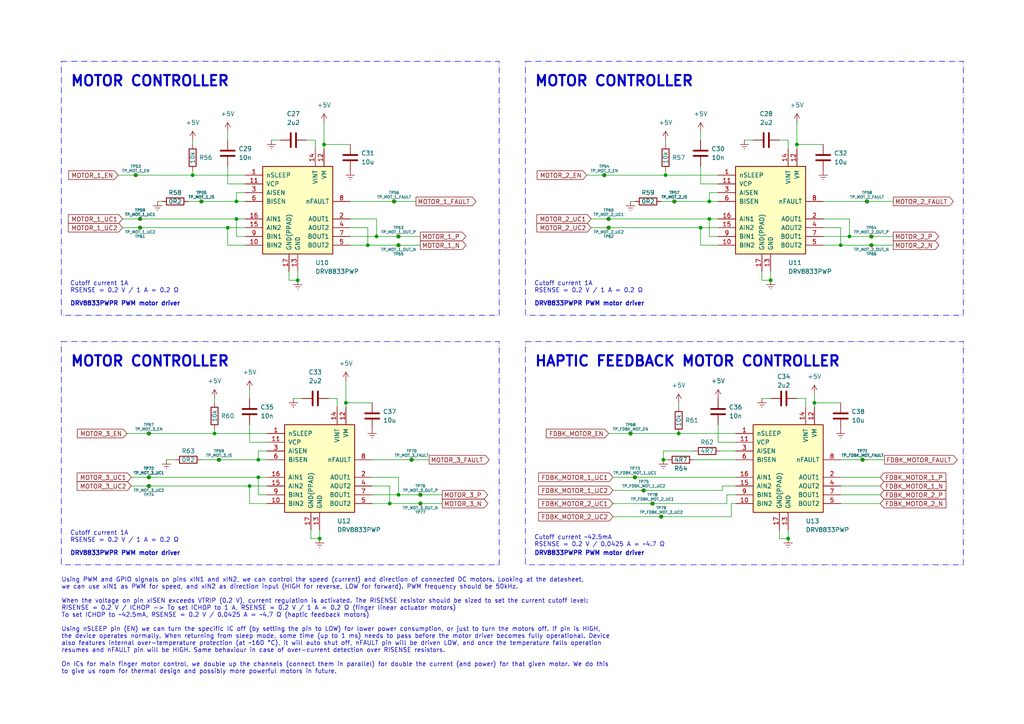
<source format=kicad_sch>
(kicad_sch (version 20230121) (generator eeschema)
  (paper "A4")
  (title_block (title "OpenHand prosthetic hand controller project") (date "2024-01-31") (rev "v1.0") (comment 1 "Aleksa Heler"))
  (lib_symbols
    (symbol "Connector:TestPoint_Small" (pin_numbers hide) (pin_names (offset 0.762) hide)
      (property "Reference" "TP" (at 0 3.81 0))
      (property "Value" "TestPoint_Small" (at 0 2.032 0))
      (symbol "TestPoint_Small_0_1"
        (circle (center 0 0) (radius 0.508))
      )
      (symbol "TestPoint_Small_1_1"
        (pin passive line (at 0 0 90) (length 0) (name "1") (number "1"))
      )
    )
    (symbol "Device:C" (pin_numbers hide) (pin_names (offset 0.254))
      (property "Reference" "C" (at 0.635 2.54 0))
      (property "Value" "C" (at 0.635 -2.54 0))
      (symbol "C_0_1"
        (polyline (pts (xy -2.032 -0.762) (xy 2.032 -0.762)) (stroke (width 0.508)))
        (polyline (pts (xy -2.032 0.762) (xy 2.032 0.762)) (stroke (width 0.508)))
      )
      (symbol "C_1_1"
        (pin passive line (at 0 3.81 270) (length 2.794) (name "~") (number "1"))
        (pin passive line (at 0 -3.81 90) (length 2.794) (name "~") (number "2"))
      )
    )
    (symbol "Device:R" (pin_numbers hide) (pin_names (offset 0))
      (property "Reference" "R" (at 2.032 0 90))
      (property "Value" "R" (at 0 0 90))
      (symbol "R_0_1"
        (rectangle (start -1.016 -2.54) (end 1.016 2.54) (stroke (width 0.254)))
      )
      (symbol "R_1_1"
        (pin passive line (at 0 3.81 270) (length 1.27) (name "~") (number "1"))
        (pin passive line (at 0 -3.81 90) (length 1.27) (name "~") (number "2"))
      )
    )
    (symbol "Driver_Motor:DRV8833PWP" (pin_names (offset 1.016))
      (property "Reference" "U" (at -3.81 16.51 0))
      (property "Value" "DRV8833PWP" (at -3.81 13.97 0))
      (symbol "DRV8833PWP_0_1"
        (rectangle (start -10.16 12.7) (end 10.16 -12.7) (stroke (width 0.254)) (fill (type background)))
      )
      (symbol "DRV8833PWP_1_1"
        (pin input line (at -15.24 10.16 0) (length 5.08) (name "nSLEEP") (number "1"))
        (pin input line (at -15.24 -10.16 0) (length 5.08) (name "BIN2") (number "10"))
        (pin bidirectional line (at -15.24 7.62 0) (length 5.08) (name "VCP") (number "11"))
        (pin power_in line (at 7.62 17.78 270) (length 5.08) (name "VM") (number "12"))
        (pin power_in line (at 0 -17.78 90) (length 5.08) (name "GND") (number "13"))
        (pin power_in line (at 5.08 17.78 270) (length 5.08) (name "VINT") (number "14"))
        (pin input line (at -15.24 -5.08 0) (length 5.08) (name "AIN2") (number "15"))
        (pin input line (at -15.24 -2.54 0) (length 5.08) (name "AIN1") (number "16"))
        (pin power_in line (at -2.54 -17.78 90) (length 5.08) (name "GND(PPAD)") (number "17"))
        (pin power_out line (at 15.24 -2.54 180) (length 5.08) (name "AOUT1") (number "2"))
        (pin bidirectional line (at -15.24 5.08 0) (length 5.08) (name "AISEN") (number "3"))
        (pin power_out line (at 15.24 -5.08 180) (length 5.08) (name "AOUT2") (number "4"))
        (pin power_out line (at 15.24 -10.16 180) (length 5.08) (name "BOUT2") (number "5"))
        (pin bidirectional line (at -15.24 2.54 0) (length 5.08) (name "BISEN") (number "6"))
        (pin power_out line (at 15.24 -7.62 180) (length 5.08) (name "BOUT1") (number "7"))
        (pin open_collector line (at 15.24 2.54 180) (length 5.08) (name "nFAULT") (number "8"))
        (pin input line (at -15.24 -7.62 0) (length 5.08) (name "BIN1") (number "9"))
      )
    )
    (symbol "power:+5V" (power) (pin_names (offset 0))
      (property "Value" "+5V" (at 0 3.556 0))
      (symbol "+5V_0_1"
        (polyline (pts (xy -0.762 1.27) (xy 0 2.54)))
        (polyline (pts (xy 0 0) (xy 0 2.54)))
        (polyline (pts (xy 0 2.54) (xy 0.762 1.27)))
      )
      (symbol "+5V_1_1"
        (pin power_in line (at 0 0 90) (length 0) hide (name "+5V") (number "1"))
      )
    )
    (symbol "power:Earth" (power) (pin_names (offset 0))
      (symbol "Earth_0_1"
        (polyline (pts (xy -0.635 -1.905) (xy 0.635 -1.905)))
        (polyline (pts (xy -0.127 -2.54) (xy 0.127 -2.54)))
        (polyline (pts (xy 0 -1.27) (xy 0 0)))
        (polyline (pts (xy 1.27 -1.27) (xy -1.27 -1.27)))
      )
      (symbol "Earth_1_1"
        (pin power_in line (at 0 0 270) (length 0) hide (name "Earth") (number "1"))
      )
    )
  )
  (junction (at 74.93 138.43))
  (junction (at 193.04 50.8))
  (junction (at 115.57 68.58))
  (junction (at 115.57 71.12))
  (junction (at 205.74 63.5))
  (junction (at 251.46 58.42))
  (junction (at 93.98 41.91))
  (junction (at 191.77 149.86))
  (junction (at 175.26 50.8))
  (junction (at 176.53 66.04))
  (junction (at 68.58 58.42))
  (junction (at 62.23 125.73))
  (junction (at 40.64 66.04))
  (junction (at 192.405 133.35))
  (junction (at 252.73 71.12))
  (junction (at 74.93 133.35))
  (junction (at 55.88 50.8))
  (junction (at 114.3 58.42))
  (junction (at 121.92 143.51))
  (junction (at 205.74 58.42))
  (junction (at 121.92 146.05))
  (junction (at 184.15 138.43))
  (junction (at 250.19 133.35))
  (junction (at 63.5 133.35))
  (junction (at 196.85 125.73))
  (junction (at 243.84 71.12))
  (junction (at 246.38 68.58))
  (junction (at 72.39 140.97))
  (junction (at 113.03 146.05))
  (junction (at 58.42 58.42))
  (junction (at 86.36 81.28))
  (junction (at 195.58 58.42))
  (junction (at 189.23 146.05))
  (junction (at 109.22 68.58))
  (junction (at 40.64 63.5))
  (junction (at 231.14 41.91))
  (junction (at 186.69 142.24))
  (junction (at 252.73 68.58))
  (junction (at 43.18 140.97))
  (junction (at 43.18 138.43))
  (junction (at 43.18 125.73))
  (junction (at 182.88 125.73))
  (junction (at 39.37 50.8))
  (junction (at 119.38 133.35))
  (junction (at 68.58 63.5))
  (junction (at 115.57 143.51))
  (junction (at 223.52 81.28))
  (junction (at 100.33 116.84))
  (junction (at 203.2 66.04))
  (junction (at 92.71 156.21))
  (junction (at 66.04 66.04))
  (junction (at 176.53 63.5))
  (junction (at 236.22 116.84))
  (junction (at 106.68 71.12))
  (junction (at 228.6 156.21))
  (wire (pts (xy 203.2 66.04) (xy 203.2 71.12)))
  (wire (pts (xy 106.68 71.12) (xy 115.57 71.12)))
  (wire (pts (xy 63.5 133.35) (xy 74.93 133.35)))
  (wire (pts (xy 106.68 71.12) (xy 101.6 71.12)))
  (wire (pts (xy 66.04 53.34) (xy 71.12 53.34)))
  (wire (pts (xy 68.58 68.58) (xy 71.12 68.58)))
  (wire (pts (xy 209.55 142.24) (xy 209.55 140.97)))
  (wire (pts (xy 66.04 38.1) (xy 66.04 40.64)))
  (wire (pts (xy 71.12 66.04) (xy 66.04 66.04)))
  (wire (pts (xy 86.36 78.74) (xy 86.36 81.28)))
  (wire (pts (xy 106.68 66.04) (xy 106.68 71.12)))
  (wire (pts (xy 201.295 133.35) (xy 213.36 133.35)))
  (wire (pts (xy 107.95 143.51) (xy 115.57 143.51)))
  (wire (pts (xy 175.26 50.8) (xy 193.04 50.8)))
  (wire (pts (xy 191.77 149.86) (xy 212.09 149.86)))
  (wire (pts (xy 205.74 55.88) (xy 205.74 58.42)))
  (wire (pts (xy 233.68 115.57) (xy 233.68 118.11)))
  (wire (pts (xy 205.74 58.42) (xy 208.28 58.42)))
  (wire (pts (xy 113.03 140.97) (xy 113.03 146.05)))
  (wire (pts (xy 35.56 63.5) (xy 40.64 63.5)))
  (wire (pts (xy 177.8 146.05) (xy 189.23 146.05)))
  (wire (pts (xy 107.95 133.35) (xy 119.38 133.35)))
  (wire (pts (xy 85.09 115.57) (xy 87.63 115.57)))
  (wire (pts (xy 40.64 63.5) (xy 68.58 63.5)))
  (wire (pts (xy 238.76 66.04) (xy 243.84 66.04)))
  (wire (pts (xy 210.82 143.51) (xy 210.82 146.05)))
  (wire (pts (xy 115.57 71.12) (xy 121.92 71.12)))
  (wire (pts (xy 170.18 50.8) (xy 175.26 50.8)))
  (wire (pts (xy 114.3 58.42) (xy 120.65 58.42)))
  (wire (pts (xy 115.57 68.58) (xy 121.92 68.58)))
  (wire (pts (xy 83.82 81.28) (xy 86.36 81.28)))
  (wire (pts (xy 193.04 40.64) (xy 193.04 41.91)))
  (wire (pts (xy 54.61 58.42) (xy 58.42 58.42)))
  (wire (pts (xy 93.98 41.91) (xy 93.98 43.18)))
  (wire (pts (xy 38.1 140.97) (xy 43.18 140.97)))
  (wire (pts (xy 203.2 53.34) (xy 208.28 53.34)))
  (wire (pts (xy 66.04 48.26) (xy 66.04 53.34)))
  (wire (pts (xy 215.9 40.64) (xy 218.44 40.64)))
  (wire (pts (xy 68.58 63.5) (xy 68.58 68.58)))
  (wire (pts (xy 93.98 35.56) (xy 93.98 41.91)))
  (wire (pts (xy 101.6 66.04) (xy 106.68 66.04)))
  (wire (pts (xy 220.98 78.74) (xy 220.98 81.28)))
  (wire (pts (xy 209.55 140.97) (xy 213.36 140.97)))
  (wire (pts (xy 208.28 123.19) (xy 208.28 128.27)))
  (wire (pts (xy 107.95 140.97) (xy 113.03 140.97)))
  (wire (pts (xy 101.6 68.58) (xy 109.22 68.58)))
  (wire (pts (xy 182.88 58.42) (xy 184.15 58.42)))
  (wire (pts (xy 208.915 130.81) (xy 213.36 130.81)))
  (wire (pts (xy 186.69 142.24) (xy 209.55 142.24)))
  (wire (pts (xy 109.22 68.58) (xy 115.57 68.58)))
  (wire (pts (xy 192.405 133.35) (xy 193.675 133.35)))
  (wire (pts (xy 251.46 58.42) (xy 259.08 58.42)))
  (wire (pts (xy 176.53 125.73) (xy 182.88 125.73)))
  (wire (pts (xy 72.39 113.03) (xy 72.39 115.57)))
  (wire (pts (xy 220.98 115.57) (xy 223.52 115.57)))
  (wire (pts (xy 74.93 133.35) (xy 77.47 133.35)))
  (wire (pts (xy 176.53 63.5) (xy 205.74 63.5)))
  (wire (pts (xy 236.22 116.84) (xy 243.84 116.84)))
  (wire (pts (xy 226.06 153.67) (xy 226.06 156.21)))
  (wire (pts (xy 246.38 68.58) (xy 252.73 68.58)))
  (wire (pts (xy 231.14 41.91) (xy 231.14 43.18)))
  (wire (pts (xy 71.12 63.5) (xy 68.58 63.5)))
  (wire (pts (xy 228.6 153.67) (xy 228.6 156.21)))
  (wire (pts (xy 226.06 156.21) (xy 228.6 156.21)))
  (wire (pts (xy 74.93 138.43) (xy 74.93 143.51)))
  (wire (pts (xy 55.88 40.64) (xy 55.88 41.91)))
  (wire (pts (xy 246.38 63.5) (xy 246.38 68.58)))
  (wire (pts (xy 184.15 138.43) (xy 213.36 138.43)))
  (wire (pts (xy 62.23 125.73) (xy 77.47 125.73)))
  (wire (pts (xy 113.03 146.05) (xy 121.92 146.05)))
  (wire (pts (xy 203.2 48.26) (xy 203.2 53.34)))
  (wire (pts (xy 203.2 38.1) (xy 203.2 40.64)))
  (wire (pts (xy 171.45 63.5) (xy 176.53 63.5)))
  (wire (pts (xy 223.52 78.74) (xy 223.52 81.28)))
  (wire (pts (xy 77.47 130.81) (xy 74.93 130.81)))
  (wire (pts (xy 58.42 58.42) (xy 68.58 58.42)))
  (wire (pts (xy 192.405 130.81) (xy 192.405 133.35)))
  (wire (pts (xy 177.8 142.24) (xy 186.69 142.24)))
  (wire (pts (xy 43.18 125.73) (xy 62.23 125.73)))
  (wire (pts (xy 238.76 63.5) (xy 246.38 63.5)))
  (wire (pts (xy 220.98 81.28) (xy 223.52 81.28)))
  (wire (pts (xy 176.53 66.04) (xy 203.2 66.04)))
  (wire (pts (xy 231.14 41.91) (xy 238.76 41.91)))
  (wire (pts (xy 43.18 140.97) (xy 72.39 140.97)))
  (wire (pts (xy 193.04 49.53) (xy 193.04 50.8)))
  (wire (pts (xy 101.6 58.42) (xy 114.3 58.42)))
  (wire (pts (xy 243.84 66.04) (xy 243.84 71.12)))
  (wire (pts (xy 243.84 71.12) (xy 238.76 71.12)))
  (wire (pts (xy 43.18 138.43) (xy 74.93 138.43)))
  (wire (pts (xy 48.26 133.35) (xy 50.8 133.35)))
  (wire (pts (xy 40.64 66.04) (xy 66.04 66.04)))
  (wire (pts (xy 100.33 110.49) (xy 100.33 116.84)))
  (wire (pts (xy 231.14 35.56) (xy 231.14 41.91)))
  (wire (pts (xy 71.12 55.88) (xy 68.58 55.88)))
  (wire (pts (xy 250.19 133.35) (xy 256.54 133.35)))
  (wire (pts (xy 252.73 68.58) (xy 259.08 68.58)))
  (wire (pts (xy 236.22 116.84) (xy 236.22 118.11)))
  (wire (pts (xy 121.92 146.05) (xy 128.27 146.05)))
  (wire (pts (xy 55.88 49.53) (xy 55.88 50.8)))
  (wire (pts (xy 62.23 124.46) (xy 62.23 125.73)))
  (wire (pts (xy 58.42 133.35) (xy 63.5 133.35)))
  (wire (pts (xy 208.28 63.5) (xy 205.74 63.5)))
  (wire (pts (xy 39.37 50.8) (xy 55.88 50.8)))
  (wire (pts (xy 208.28 66.04) (xy 203.2 66.04)))
  (wire (pts (xy 74.93 130.81) (xy 74.93 133.35)))
  (wire (pts (xy 38.1 138.43) (xy 43.18 138.43)))
  (wire (pts (xy 83.82 78.74) (xy 83.82 81.28)))
  (wire (pts (xy 100.33 116.84) (xy 107.95 116.84)))
  (wire (pts (xy 97.79 115.57) (xy 97.79 118.11)))
  (wire (pts (xy 100.33 116.84) (xy 100.33 118.11)))
  (wire (pts (xy 236.22 114.3) (xy 236.22 116.84)))
  (wire (pts (xy 92.71 153.67) (xy 92.71 156.21)))
  (wire (pts (xy 252.73 71.12) (xy 259.08 71.12)))
  (wire (pts (xy 78.74 40.64) (xy 81.28 40.64)))
  (wire (pts (xy 107.95 138.43) (xy 115.57 138.43)))
  (wire (pts (xy 177.8 138.43) (xy 184.15 138.43)))
  (wire (pts (xy 243.84 140.97) (xy 255.27 140.97)))
  (wire (pts (xy 93.98 41.91) (xy 101.6 41.91)))
  (wire (pts (xy 72.39 123.19) (xy 72.39 128.27)))
  (wire (pts (xy 243.84 146.05) (xy 255.27 146.05)))
  (wire (pts (xy 193.04 50.8) (xy 208.28 50.8)))
  (wire (pts (xy 72.39 128.27) (xy 77.47 128.27)))
  (wire (pts (xy 121.92 143.51) (xy 128.27 143.51)))
  (wire (pts (xy 55.88 50.8) (xy 71.12 50.8)))
  (wire (pts (xy 231.14 115.57) (xy 233.68 115.57)))
  (wire (pts (xy 77.47 138.43) (xy 74.93 138.43)))
  (wire (pts (xy 205.74 63.5) (xy 205.74 68.58)))
  (wire (pts (xy 189.23 146.05) (xy 210.82 146.05)))
  (wire (pts (xy 36.83 125.73) (xy 43.18 125.73)))
  (wire (pts (xy 243.84 133.35) (xy 250.19 133.35)))
  (wire (pts (xy 182.88 125.73) (xy 196.85 125.73)))
  (wire (pts (xy 66.04 66.04) (xy 66.04 71.12)))
  (wire (pts (xy 201.295 130.81) (xy 192.405 130.81)))
  (wire (pts (xy 177.8 149.86) (xy 191.77 149.86)))
  (wire (pts (xy 243.84 138.43) (xy 255.27 138.43)))
  (wire (pts (xy 90.17 156.21) (xy 92.71 156.21)))
  (wire (pts (xy 45.72 58.42) (xy 46.99 58.42)))
  (wire (pts (xy 243.84 71.12) (xy 252.73 71.12)))
  (wire (pts (xy 119.38 133.35) (xy 124.46 133.35)))
  (wire (pts (xy 203.2 71.12) (xy 208.28 71.12)))
  (wire (pts (xy 115.57 138.43) (xy 115.57 143.51)))
  (wire (pts (xy 195.58 58.42) (xy 205.74 58.42)))
  (wire (pts (xy 72.39 146.05) (xy 77.47 146.05)))
  (wire (pts (xy 77.47 140.97) (xy 72.39 140.97)))
  (wire (pts (xy 238.76 68.58) (xy 246.38 68.58)))
  (wire (pts (xy 208.28 55.88) (xy 205.74 55.88)))
  (wire (pts (xy 196.85 116.84) (xy 196.85 118.11)))
  (wire (pts (xy 243.84 143.51) (xy 255.27 143.51)))
  (wire (pts (xy 74.93 143.51) (xy 77.47 143.51)))
  (wire (pts (xy 191.77 58.42) (xy 195.58 58.42)))
  (wire (pts (xy 62.23 115.57) (xy 62.23 116.84)))
  (wire (pts (xy 101.6 63.5) (xy 109.22 63.5)))
  (wire (pts (xy 109.22 68.58) (xy 109.22 63.5)))
  (wire (pts (xy 34.29 50.8) (xy 39.37 50.8)))
  (wire (pts (xy 91.44 40.64) (xy 91.44 43.18)))
  (wire (pts (xy 212.09 146.05) (xy 213.36 146.05)))
  (wire (pts (xy 35.56 66.04) (xy 40.64 66.04)))
  (wire (pts (xy 68.58 58.42) (xy 71.12 58.42)))
  (wire (pts (xy 115.57 143.51) (xy 121.92 143.51)))
  (wire (pts (xy 205.74 68.58) (xy 208.28 68.58)))
  (wire (pts (xy 90.17 153.67) (xy 90.17 156.21)))
  (wire (pts (xy 213.36 143.51) (xy 210.82 143.51)))
  (wire (pts (xy 212.09 146.05) (xy 212.09 149.86)))
  (wire (pts (xy 238.76 58.42) (xy 251.46 58.42)))
  (wire (pts (xy 95.25 115.57) (xy 97.79 115.57)))
  (wire (pts (xy 66.04 71.12) (xy 71.12 71.12)))
  (wire (pts (xy 72.39 140.97) (xy 72.39 146.05)))
  (wire (pts (xy 113.03 146.05) (xy 107.95 146.05)))
  (wire (pts (xy 88.9 40.64) (xy 91.44 40.64)))
  (wire (pts (xy 171.45 66.04) (xy 176.53 66.04)))
  (wire (pts (xy 68.58 55.88) (xy 68.58 58.42)))
  (wire (pts (xy 196.85 125.73) (xy 213.36 125.73)))
  (wire (pts (xy 208.28 128.27) (xy 213.36 128.27)))
  (wire (pts (xy 228.6 40.64) (xy 228.6 43.18)))
  (wire (pts (xy 226.06 40.64) (xy 228.6 40.64)))
  (rectangle (start 17.78 99.06) (end 144.78 163.83) (stroke (width 0) (type dash_dot)))
  (rectangle (start 17.78 17.78) (end 144.78 91.44) (stroke (width 0) (type dash_dot)))
  (rectangle (start 152.4 99.06) (end 279.4 163.83) (stroke (width 0) (type dash_dot)))
  (rectangle (start 152.4 17.78) (end 279.4 91.44) (stroke (width 0) (type dash_dot)))
  (text "Cutoff current 1A\nRSENSE = 0.2 V / 1 A = 0.2 Ω" (at 154.94 85.09 0) (effects (font (size 1.27 1.27)) (justify left bottom)))
  (text "MOTOR CONTROLLER" (at 20.32 25.4 0) (effects (font (size 3 3) (thickness 0.6) bold) (justify left bottom)))
  (text "DRV8833PWPR PWM motor driver" (at 154.94 161.29 0) (effects (font (size 1.27 1.27) (thickness 0.254) bold) (justify left bottom)))
  (text "DRV8833PWPR PWM motor driver" (at 20.32 161.29 0) (effects (font (size 1.27 1.27) (thickness 0.254) bold) (justify left bottom)))
  (text "HAPTIC FEEDBACK MOTOR CONTROLLER" (at 154.94 106.68 0) (effects (font (size 3 3) (thickness 0.6) bold) (justify left bottom)))
  (text "Using PWM and GPIO signals on pins xIN1 and xIN2, we can control the speed (current) and direction of connected DC motors. Looking at the datasheet, \nwe can use xIN1 as PWM for speed, and xIN2 as direction input (HIGH for reverse, LOW for forward). PWM frequency should be 50kHz.\n\nWhen the voltage on pin xISEN exceeds VTRIP (0.2 V), current regulation is activated. The RISENSE resistor should be sized to set the current cutoff level:\nRISENSE = 0.2 V / ICHOP -> To set ICHOP to 1 A, RSENSE = 0.2 V / 1 A = 0.2 Ω (finger linear actuator motors)\nTo set ICHOP to ~42.5mA, RSENSE = 0.2 V / 0.0425 A = ~4.7 Ω (haptic feedback motors)\n\nUsing nSLEEP pin (EN) we can turn the specific IC off (by setting the pin to LOW) for lower power consumption, or just to turn the motors off. If pin is HIGH, \nthe device operates normally. When returning from sleep mode, some time (up to 1 ms) needs to pass before the motor driver becomes fully operational. Device \nalso features internal over-temperature protection (at ~160 °C), it will auto shut off, nFAULT pin will be driven LOW, and once the temperature falls operation \nresumes and nFAULT pin will be HIGH. Same behaviour in case of over-current detection over RISENSE resistors.\n\nOn ICs for main finger motor control, we double up the channels (connect them in parallel) for double the current (and power) for that given motor. We do this \nto give us room for thermal design and possibly more powerful motors in future." (at 17.78 195.58 0) (effects (font (size 1.27 1.27)) (justify left bottom)))
  (text "MOTOR CONTROLLER" (at 20.32 106.68 0) (effects (font (size 3 3) (thickness 0.6) bold) (justify left bottom)))
  (text "MOTOR CONTROLLER" (at 154.94 25.4 0) (effects (font (size 3 3) (thickness 0.6) bold) (justify left bottom)))
  (text "DRV8833PWPR PWM motor driver" (at 20.32 88.9 0) (effects (font (size 1.27 1.27) (thickness 0.254) bold) (justify left bottom)))
  (text "Cutoff current 1A\nRSENSE = 0.2 V / 1 A = 0.2 Ω" (at 20.32 85.09 0) (effects (font (size 1.27 1.27)) (justify left bottom)))
  (text "Cutoff current ~42.5mA\nRSENSE = 0.2 V / 0.0425 A = ~4.7 Ω" (at 154.94 158.75 0) (effects (font (size 1.27 1.27)) (justify left bottom)))
  (text "DRV8833PWPR PWM motor driver" (at 154.94 88.9 0) (effects (font (size 1.27 1.27) (thickness 0.254) bold) (justify left bottom)))
  (text "Cutoff current 1A\nRSENSE = 0.2 V / 1 A = 0.2 Ω" (at 20.32 157.48 0) (effects (font (size 1.27 1.27)) (justify left bottom)))
  (global_label "MOTOR_1_UC1" (shape input) (at 35.56 63.5 180) (property "Intersheetrefs" "${INTERSHEET_REFS}" (effects hide)))
  (global_label "MOTOR_1_EN" (shape input) (at 34.29 50.8 180) (property "Intersheetrefs" "${INTERSHEET_REFS}" (effects hide)))
  (global_label "MOTOR_3_N" (shape output) (at 128.27 146.05 0) (property "Intersheetrefs" "${INTERSHEET_REFS}" (effects hide)))
  (global_label "MOTOR_2_N" (shape output) (at 259.08 71.12 0) (property "Intersheetrefs" "${INTERSHEET_REFS}" (effects hide)))
  (global_label "MOTOR_2_EN" (shape input) (at 170.18 50.8 180) (property "Intersheetrefs" "${INTERSHEET_REFS}" (effects hide)))
  (global_label "FDBK_MOTOR_2_P" (shape input) (at 255.27 143.51 0) (property "Intersheetrefs" "${INTERSHEET_REFS}" (effects hide)))
  (global_label "FDBK_MOTOR_1_UC1" (shape input) (at 177.8 138.43 180) (property "Intersheetrefs" "${INTERSHEET_REFS}" (effects hide)))
  (global_label "MOTOR_2_FAULT" (shape output) (at 259.08 58.42 0) (property "Intersheetrefs" "${INTERSHEET_REFS}" (effects hide)))
  (global_label "FDBK_MOTOR_2_UC1" (shape input) (at 177.8 146.05 180) (property "Intersheetrefs" "${INTERSHEET_REFS}" (effects hide)))
  (global_label "FDBK_MOTOR_1_P" (shape input) (at 255.27 138.43 0) (property "Intersheetrefs" "${INTERSHEET_REFS}" (effects hide)))
  (global_label "FDBK_MOTOR_FAULT" (shape output) (at 256.54 133.35 0) (property "Intersheetrefs" "${INTERSHEET_REFS}" (effects hide)))
  (global_label "MOTOR_1_N" (shape output) (at 121.92 71.12 0) (property "Intersheetrefs" "${INTERSHEET_REFS}" (effects hide)))
  (global_label "MOTOR_1_P" (shape output) (at 121.92 68.58 0) (property "Intersheetrefs" "${INTERSHEET_REFS}" (effects hide)))
  (global_label "MOTOR_3_UC1" (shape input) (at 38.1 138.43 180) (property "Intersheetrefs" "${INTERSHEET_REFS}" (effects hide)))
  (global_label "MOTOR_3_P" (shape output) (at 128.27 143.51 0) (property "Intersheetrefs" "${INTERSHEET_REFS}" (effects hide)))
  (global_label "MOTOR_1_UC2" (shape input) (at 35.56 66.04 180) (property "Intersheetrefs" "${INTERSHEET_REFS}" (effects hide)))
  (global_label "MOTOR_2_UC2" (shape input) (at 171.45 66.04 180) (property "Intersheetrefs" "${INTERSHEET_REFS}" (effects hide)))
  (global_label "FDBK_MOTOR_2_UC2" (shape input) (at 177.8 149.86 180) (property "Intersheetrefs" "${INTERSHEET_REFS}" (effects hide)))
  (global_label "FDBK_MOTOR_2_N" (shape input) (at 255.27 146.05 0) (property "Intersheetrefs" "${INTERSHEET_REFS}" (effects hide)))
  (global_label "MOTOR_1_FAULT" (shape output) (at 120.65 58.42 0) (property "Intersheetrefs" "${INTERSHEET_REFS}" (effects hide)))
  (global_label "FDBK_MOTOR_EN" (shape input) (at 176.53 125.73 180) (property "Intersheetrefs" "${INTERSHEET_REFS}" (effects hide)))
  (global_label "MOTOR_3_UC2" (shape input) (at 38.1 140.97 180) (property "Intersheetrefs" "${INTERSHEET_REFS}" (effects hide)))
  (global_label "FDBK_MOTOR_1_UC2" (shape input) (at 177.8 142.24 180) (property "Intersheetrefs" "${INTERSHEET_REFS}" (effects hide)))
  (global_label "FDBK_MOTOR_1_N" (shape input) (at 255.27 140.97 0) (property "Intersheetrefs" "${INTERSHEET_REFS}" (effects hide)))
  (global_label "MOTOR_2_P" (shape output) (at 259.08 68.58 0) (property "Intersheetrefs" "${INTERSHEET_REFS}" (effects hide)))
  (global_label "MOTOR_3_EN" (shape input) (at 36.83 125.73 180) (property "Intersheetrefs" "${INTERSHEET_REFS}" (effects hide)))
  (global_label "MOTOR_2_UC1" (shape input) (at 171.45 63.5 180) (property "Intersheetrefs" "${INTERSHEET_REFS}" (effects hide)))
  (global_label "MOTOR_3_FAULT" (shape output) (at 124.46 133.35 0) (property "Intersheetrefs" "${INTERSHEET_REFS}" (effects hide)))
  (symbol (lib_id "power:Earth") (at 223.52 81.28 0) (unit 1)
    (property "Reference" "#PWR095" (effects hide))
    (property "Value" "Earth" (effects hide))
  )
  (symbol (lib_id "Driver_Motor:DRV8833PWP") (at 92.71 135.89 0) (unit 1)
    (property "Reference" "U12" (at 97.79 151.13 0) (effects (justify left)))
    (property "Value" "DRV8833PWP" (at 97.79 153.67 0) (effects (justify left)))
    (property "Footprint" "Package_SO:HTSSOP-16-1EP_4.4x5mm_P0.65mm_EP3.4x5mm_Mask2.46x2.31mm_ThermalVias" (effects hide))
    (property "Datasheet" "http://www.ti.com/lit/ds/symlink/drv8833.pdf" (effects hide))
  )
  (symbol (lib_id "Device:C") (at 101.6 45.72 0) (unit 1)
    (property "Reference" "C31" (at 106.68 44.45 0))
    (property "Value" "10u" (at 106.68 46.99 0))
    (property "Footprint" "Capacitor_SMD:C_0805_2012Metric_Pad1.18x1.45mm_HandSolder" (effects hide))
  )
  (symbol (lib_id "Device:C") (at 208.28 119.38 0) (unit 1)
    (property "Reference" "C36" (at 213.36 118.11 0))
    (property "Value" "10n" (at 213.36 120.65 0))
    (property "Footprint" "Capacitor_SMD:C_0805_2012Metric_Pad1.18x1.45mm_HandSolder" (effects hide))
  )
  (symbol (lib_id "power:+5V") (at 203.2 38.1 0) (unit 1)
    (property "Reference" "#PWR085" (effects hide))
    (property "Value" "+5V" (at 203.2 33.02 0))
  )
  (symbol (lib_id "Driver_Motor:DRV8833PWP") (at 223.52 60.96 0) (unit 1)
    (property "Reference" "U11" (at 228.6 76.2 0) (effects (justify left)))
    (property "Value" "DRV8833PWP" (at 228.6 78.74 0) (effects (justify left)))
    (property "Footprint" "Package_SO:HTSSOP-16-1EP_4.4x5mm_P0.65mm_EP3.4x5mm_Mask2.46x2.31mm_ThermalVias" (effects hide))
    (property "Datasheet" "http://www.ti.com/lit/ds/symlink/drv8833.pdf" (effects hide))
  )
  (symbol (lib_id "Connector:TestPoint_Small") (at 121.92 146.05 0) (unit 1)
    (property "Reference" "TP77" (at 121.92 148.59 0) (effects (font (size 0.8 0.8))))
    (property "Value" "TP_MOT_3_OUT_N" (at 121.92 147.32 0) (effects (font (size 0.8 0.8))))
    (property "Footprint" "TestPoint:TestPoint_Pad_D1.0mm" (effects hide))
  )
  (symbol (lib_id "power:Earth") (at 243.84 124.46 0) (unit 1)
    (property "Reference" "#PWR0105" (effects hide))
    (property "Value" "Earth" (effects hide))
  )
  (symbol (lib_id "power:+5V") (at 93.98 35.56 0) (unit 1)
    (property "Reference" "#PWR082" (effects hide))
    (property "Value" "+5V" (at 93.98 30.48 0))
  )
  (symbol (lib_id "Device:R") (at 62.23 120.65 180) (unit 1)
    (property "Reference" "R60" (at 66.04 120.65 0))
    (property "Value" "10k" (at 62.23 120.65 90))
    (property "Footprint" "Resistor_SMD:R_1206_3216Metric_Pad1.30x1.75mm_HandSolder" (effects hide))
  )
  (symbol (lib_id "Connector:TestPoint_Small") (at 182.88 125.73 180) (unit 1)
    (property "Reference" "TP68" (at 182.88 123.19 0) (effects (font (size 0.8 0.8))))
    (property "Value" "TP_FDBK_MOT_EN" (at 182.88 124.46 0) (effects (font (size 0.8 0.8))))
    (property "Footprint" "TestPoint:TestPoint_Pad_D1.0mm" (effects hide))
  )
  (symbol (lib_id "Device:C") (at 238.76 45.72 0) (unit 1)
    (property "Reference" "C32" (at 243.84 44.45 0))
    (property "Value" "10u" (at 243.84 46.99 0))
    (property "Footprint" "Capacitor_SMD:C_0805_2012Metric_Pad1.18x1.45mm_HandSolder" (effects hide))
  )
  (symbol (lib_id "power:Earth") (at 192.405 133.35 0) (unit 1)
    (property "Reference" "#PWR0107" (effects hide))
    (property "Value" "Earth" (effects hide))
  )
  (symbol (lib_id "Connector:TestPoint_Small") (at 58.42 58.42 180) (unit 1)
    (property "Reference" "TP55" (at 58.42 55.88 0) (effects (font (size 0.8 0.8))))
    (property "Value" "TP_MOT_1_IS" (at 58.42 57.15 0) (effects (font (size 0.8 0.8))))
    (property "Footprint" "TestPoint:TestPoint_Pad_D1.0mm" (effects hide))
  )
  (symbol (lib_id "power:+5V") (at 236.22 114.3 0) (unit 1)
    (property "Reference" "#PWR098" (effects hide))
    (property "Value" "+5V" (at 236.22 109.22 0))
  )
  (symbol (lib_id "Connector:TestPoint_Small") (at 176.53 63.5 180) (unit 1)
    (property "Reference" "TP60" (at 176.53 60.96 0) (effects (font (size 0.8 0.8))))
    (property "Value" "TP_MOT_2_UC1" (at 176.53 62.23 0) (effects (font (size 0.8 0.8))))
    (property "Footprint" "TestPoint:TestPoint_Pad_D1.0mm" (effects hide))
  )
  (symbol (lib_id "Connector:TestPoint_Small") (at 39.37 50.8 180) (unit 1)
    (property "Reference" "TP53" (at 39.37 48.26 0) (effects (font (size 0.8 0.8))))
    (property "Value" "TP_MOT_1_EN" (at 39.37 49.53 0) (effects (font (size 0.8 0.8))))
    (property "Footprint" "TestPoint:TestPoint_Pad_D1.0mm" (effects hide))
  )
  (symbol (lib_id "Connector:TestPoint_Small") (at 115.57 68.58 180) (unit 1)
    (property "Reference" "TP63" (at 115.57 66.04 0) (effects (font (size 0.8 0.8))))
    (property "Value" "TP_MOT_1_OUT_P" (at 115.57 67.31 0) (effects (font (size 0.8 0.8))))
    (property "Footprint" "TestPoint:TestPoint_Pad_D1.0mm" (effects hide))
  )
  (symbol (lib_id "Device:C") (at 91.44 115.57 90) (unit 1)
    (property "Reference" "C33" (at 91.44 107.95 90))
    (property "Value" "2u2" (at 91.44 110.49 90))
    (property "Footprint" "Capacitor_SMD:C_0805_2012Metric_Pad1.18x1.45mm_HandSolder" (effects hide))
  )
  (symbol (lib_id "Connector:TestPoint_Small") (at 184.15 138.43 180) (unit 1)
    (property "Reference" "TP73" (at 184.15 135.89 0) (effects (font (size 0.8 0.8))))
    (property "Value" "TP_FDBK_MOT_1_UC1" (at 184.15 137.16 0) (effects (font (size 0.8 0.8))))
    (property "Footprint" "TestPoint:TestPoint_Pad_D1.0mm" (effects hide))
  )
  (symbol (lib_id "power:+5V") (at 72.39 113.03 0) (unit 1)
    (property "Reference" "#PWR097" (effects hide))
    (property "Value" "+5V" (at 72.39 107.95 0))
  )
  (symbol (lib_id "Connector:TestPoint_Small") (at 252.73 71.12 0) (unit 1)
    (property "Reference" "TP66" (at 252.73 73.66 0) (effects (font (size 0.8 0.8))))
    (property "Value" "TP_MOT_2_OUT_N" (at 252.73 72.39 0) (effects (font (size 0.8 0.8))))
    (property "Footprint" "TestPoint:TestPoint_Pad_D1.0mm" (effects hide))
  )
  (symbol (lib_id "power:Earth") (at 220.98 115.57 0) (unit 1)
    (property "Reference" "#PWR0102" (effects hide))
    (property "Value" "Earth" (effects hide))
  )
  (symbol (lib_id "Connector:TestPoint_Small") (at 63.5 133.35 180) (unit 1)
    (property "Reference" "TP69" (at 63.5 130.81 0) (effects (font (size 0.8 0.8))))
    (property "Value" "TP_MOT_3_IS" (at 63.5 132.08 0) (effects (font (size 0.8 0.8))))
    (property "Footprint" "TestPoint:TestPoint_Pad_D1.0mm" (effects hide))
  )
  (symbol (lib_id "Device:C") (at 222.25 40.64 90) (unit 1)
    (property "Reference" "C28" (at 222.25 33.02 90))
    (property "Value" "2u2" (at 222.25 35.56 90))
    (property "Footprint" "Capacitor_SMD:C_0805_2012Metric_Pad1.18x1.45mm_HandSolder" (effects hide))
  )
  (symbol (lib_id "power:Earth") (at 101.6 49.53 0) (unit 1)
    (property "Reference" "#PWR090" (effects hide))
    (property "Value" "Earth" (effects hide))
  )
  (symbol (lib_id "Device:R") (at 187.96 58.42 90) (unit 1)
    (property "Reference" "R59" (at 187.96 55.88 90))
    (property "Value" "0R2" (at 187.96 58.42 90))
    (property "Footprint" "Resistor_SMD:R_1206_3216Metric_Pad1.30x1.75mm_HandSolder" (effects hide))
  )
  (symbol (lib_id "power:Earth") (at 215.9 40.64 0) (unit 1)
    (property "Reference" "#PWR089" (effects hide))
    (property "Value" "Earth" (effects hide))
  )
  (symbol (lib_id "Connector:TestPoint_Small") (at 176.53 66.04 0) (unit 1)
    (property "Reference" "TP62" (at 176.53 68.58 0) (effects (font (size 0.8 0.8))))
    (property "Value" "TP_MOT_2_UC2" (at 176.53 67.31 0) (effects (font (size 0.8 0.8))))
    (property "Footprint" "TestPoint:TestPoint_Pad_D1.0mm" (effects hide))
  )
  (symbol (lib_id "power:+5V") (at 231.14 35.56 0) (unit 1)
    (property "Reference" "#PWR083" (effects hide))
    (property "Value" "+5V" (at 231.14 30.48 0))
  )
  (symbol (lib_id "power:Earth") (at 182.88 58.42 0) (unit 1)
    (property "Reference" "#PWR093" (effects hide))
    (property "Value" "Earth" (effects hide))
  )
  (symbol (lib_id "power:Earth") (at 238.76 49.53 0) (unit 1)
    (property "Reference" "#PWR091" (effects hide))
    (property "Value" "Earth" (effects hide))
  )
  (symbol (lib_id "power:+5V") (at 208.28 115.57 0) (unit 1)
    (property "Reference" "#PWR0101" (effects hide))
    (property "Value" "+5V" (at 208.28 110.49 0))
  )
  (symbol (lib_id "Device:R") (at 196.85 121.92 180) (unit 1)
    (property "Reference" "R61" (at 200.66 121.92 0))
    (property "Value" "10k" (at 196.85 121.92 90))
    (property "Footprint" "Resistor_SMD:R_1206_3216Metric_Pad1.30x1.75mm_HandSolder" (effects hide))
  )
  (symbol (lib_id "Connector:TestPoint_Small") (at 114.3 58.42 180) (unit 1)
    (property "Reference" "TP56" (at 114.3 55.88 0) (effects (font (size 0.8 0.8))))
    (property "Value" "TP_MOT_1_FAULT" (at 114.3 57.15 0) (effects (font (size 0.8 0.8))))
    (property "Footprint" "TestPoint:TestPoint_Pad_D1.0mm" (effects hide))
  )
  (symbol (lib_id "Driver_Motor:DRV8833PWP") (at 86.36 60.96 0) (unit 1)
    (property "Reference" "U10" (at 91.44 76.2 0) (effects (justify left)))
    (property "Value" "DRV8833PWP" (at 91.44 78.74 0) (effects (justify left)))
    (property "Footprint" "Package_SO:HTSSOP-16-1EP_4.4x5mm_P0.65mm_EP3.4x5mm_Mask2.46x2.31mm_ThermalVias" (effects hide))
    (property "Datasheet" "http://www.ti.com/lit/ds/symlink/drv8833.pdf" (effects hide))
  )
  (symbol (lib_id "power:Earth") (at 92.71 156.21 0) (unit 1)
    (property "Reference" "#PWR0108" (effects hide))
    (property "Value" "Earth" (effects hide))
  )
  (symbol (lib_id "Connector:TestPoint_Small") (at 115.57 71.12 0) (unit 1)
    (property "Reference" "TP65" (at 115.57 73.66 0) (effects (font (size 0.8 0.8))))
    (property "Value" "TP_MOT_1_OUT_N" (at 115.57 72.39 0) (effects (font (size 0.8 0.8))))
    (property "Footprint" "TestPoint:TestPoint_Pad_D1.0mm" (effects hide))
  )
  (symbol (lib_id "power:Earth") (at 45.72 58.42 0) (unit 1)
    (property "Reference" "#PWR092" (effects hide))
    (property "Value" "Earth" (effects hide))
  )
  (symbol (lib_id "Device:C") (at 66.04 44.45 0) (unit 1)
    (property "Reference" "C29" (at 71.12 43.18 0))
    (property "Value" "10n" (at 71.12 45.72 0))
    (property "Footprint" "Capacitor_SMD:C_0805_2012Metric_Pad1.18x1.45mm_HandSolder" (effects hide))
  )
  (symbol (lib_id "power:Earth") (at 107.95 124.46 0) (unit 1)
    (property "Reference" "#PWR0104" (effects hide))
    (property "Value" "Earth" (effects hide))
  )
  (symbol (lib_id "Connector:TestPoint_Small") (at 121.92 143.51 180) (unit 1)
    (property "Reference" "TP76" (at 121.92 140.97 0) (effects (font (size 0.8 0.8))))
    (property "Value" "TP_MOT_3_OUT_P" (at 121.92 142.24 0) (effects (font (size 0.8 0.8))))
    (property "Footprint" "TestPoint:TestPoint_Pad_D1.0mm" (effects hide))
  )
  (symbol (lib_id "Connector:TestPoint_Small") (at 251.46 58.42 180) (unit 1)
    (property "Reference" "TP58" (at 251.46 55.88 0) (effects (font (size 0.8 0.8))))
    (property "Value" "TP_MOT_2_FAULT" (at 251.46 57.15 0) (effects (font (size 0.8 0.8))))
    (property "Footprint" "TestPoint:TestPoint_Pad_D1.0mm" (effects hide))
  )
  (symbol (lib_id "power:Earth") (at 85.09 115.57 0) (unit 1)
    (property "Reference" "#PWR0100" (effects hide))
    (property "Value" "Earth" (effects hide))
  )
  (symbol (lib_id "Connector:TestPoint_Small") (at 43.18 140.97 0) (unit 1)
    (property "Reference" "TP74" (at 43.18 143.51 0) (effects (font (size 0.8 0.8))))
    (property "Value" "TP_MOT_3_UC2" (at 43.18 142.24 0) (effects (font (size 0.8 0.8))))
    (property "Footprint" "TestPoint:TestPoint_Pad_D1.0mm" (effects hide))
  )
  (symbol (lib_id "Device:C") (at 227.33 115.57 90) (unit 1)
    (property "Reference" "C34" (at 227.33 109.22 90))
    (property "Value" "2u2" (at 227.33 111.76 90))
    (property "Footprint" "Capacitor_SMD:C_0805_2012Metric_Pad1.18x1.45mm_HandSolder" (effects hide))
  )
  (symbol (lib_id "power:+5V") (at 193.04 40.64 0) (unit 1)
    (property "Reference" "#PWR088" (effects hide))
    (property "Value" "+5V" (at 193.04 35.56 0))
  )
  (symbol (lib_id "Device:C") (at 72.39 119.38 0) (unit 1)
    (property "Reference" "C35" (at 77.47 118.11 0))
    (property "Value" "10n" (at 77.47 120.65 0))
    (property "Footprint" "Capacitor_SMD:C_0805_2012Metric_Pad1.18x1.45mm_HandSolder" (effects hide))
  )
  (symbol (lib_id "power:Earth") (at 48.26 133.35 0) (unit 1)
    (property "Reference" "#PWR0106" (effects hide))
    (property "Value" "Earth" (effects hide))
  )
  (symbol (lib_id "Device:R") (at 50.8 58.42 90) (unit 1)
    (property "Reference" "R58" (at 50.8 55.88 90))
    (property "Value" "0R2" (at 50.8 58.42 90))
    (property "Footprint" "Resistor_SMD:R_1206_3216Metric_Pad1.30x1.75mm_HandSolder" (effects hide))
  )
  (symbol (lib_id "Connector:TestPoint_Small") (at 119.38 133.35 180) (unit 1)
    (property "Reference" "TP70" (at 119.38 130.81 0) (effects (font (size 0.8 0.8))))
    (property "Value" "TP_MOT_3_FAULT" (at 119.38 132.08 0) (effects (font (size 0.8 0.8))))
    (property "Footprint" "TestPoint:TestPoint_Pad_D1.0mm" (effects hide))
  )
  (symbol (lib_id "power:+5V") (at 66.04 38.1 0) (unit 1)
    (property "Reference" "#PWR084" (effects hide))
    (property "Value" "+5V" (at 66.04 33.02 0))
  )
  (symbol (lib_id "power:+5V") (at 196.85 116.84 0) (unit 1)
    (property "Reference" "#PWR0103" (effects hide))
    (property "Value" "+5V" (at 196.85 111.76 0))
  )
  (symbol (lib_id "Connector:TestPoint_Small") (at 250.19 133.35 180) (unit 1)
    (property "Reference" "TP71" (at 250.19 130.81 0) (effects (font (size 0.8 0.8))))
    (property "Value" "TP_FDBK_MOT_FAULT" (at 250.19 132.08 0) (effects (font (size 0.8 0.8))))
    (property "Footprint" "TestPoint:TestPoint_Pad_D1.0mm" (effects hide))
  )
  (symbol (lib_id "power:+5V") (at 100.33 110.49 0) (unit 1)
    (property "Reference" "#PWR096" (effects hide))
    (property "Value" "+5V" (at 100.33 105.41 0))
  )
  (symbol (lib_id "power:Earth") (at 78.74 40.64 0) (unit 1)
    (property "Reference" "#PWR087" (effects hide))
    (property "Value" "Earth" (effects hide))
  )
  (symbol (lib_id "Connector:TestPoint_Small") (at 195.58 58.42 180) (unit 1)
    (property "Reference" "TP57" (at 195.58 55.88 0) (effects (font (size 0.8 0.8))))
    (property "Value" "TP_MOT_2_IS" (at 195.58 57.15 0) (effects (font (size 0.8 0.8))))
    (property "Footprint" "TestPoint:TestPoint_Pad_D1.0mm" (effects hide))
  )
  (symbol (lib_id "Connector:TestPoint_Small") (at 189.23 146.05 180) (unit 1)
    (property "Reference" "TP78" (at 189.23 143.51 0) (effects (font (size 0.8 0.8))))
    (property "Value" "TP_FDBK_MOT_2_UC1" (at 189.23 144.78 0) (effects (font (size 0.8 0.8))))
    (property "Footprint" "TestPoint:TestPoint_Pad_D1.0mm" (effects hide))
  )
  (symbol (lib_id "Connector:TestPoint_Small") (at 43.18 125.73 180) (unit 1)
    (property "Reference" "TP67" (at 43.18 123.19 0) (effects (font (size 0.8 0.8))))
    (property "Value" "TP_MOT_3_EN" (at 43.18 124.46 0) (effects (font (size 0.8 0.8))))
    (property "Footprint" "TestPoint:TestPoint_Pad_D1.0mm" (effects hide))
  )
  (symbol (lib_id "Connector:TestPoint_Small") (at 40.64 66.04 0) (unit 1)
    (property "Reference" "TP61" (at 40.64 68.58 0) (effects (font (size 0.8 0.8))))
    (property "Value" "TP_MOT_1_UC2" (at 40.64 67.31 0) (effects (font (size 0.8 0.8))))
    (property "Footprint" "TestPoint:TestPoint_Pad_D1.0mm" (effects hide))
  )
  (symbol (lib_id "Connector:TestPoint_Small") (at 43.18 138.43 180) (unit 1)
    (property "Reference" "TP72" (at 43.18 135.89 0) (effects (font (size 0.8 0.8))))
    (property "Value" "TP_MOT_3_UC1" (at 43.18 137.16 0) (effects (font (size 0.8 0.8))))
    (property "Footprint" "TestPoint:TestPoint_Pad_D1.0mm" (effects hide))
  )
  (symbol (lib_id "Connector:TestPoint_Small") (at 175.26 50.8 180) (unit 1)
    (property "Reference" "TP54" (at 175.26 48.26 0) (effects (font (size 0.8 0.8))))
    (property "Value" "TP_MOT_2_EN" (at 175.26 49.53 0) (effects (font (size 0.8 0.8))))
    (property "Footprint" "TestPoint:TestPoint_Pad_D1.0mm" (effects hide))
  )
  (symbol (lib_id "Device:R") (at 55.88 45.72 180) (unit 1)
    (property "Reference" "R56" (at 59.69 45.72 0))
    (property "Value" "10k" (at 55.88 45.72 90))
    (property "Footprint" "Resistor_SMD:R_1206_3216Metric_Pad1.30x1.75mm_HandSolder" (effects hide))
  )
  (symbol (lib_id "Connector:TestPoint_Small") (at 191.77 149.86 180) (unit 1)
    (property "Reference" "TP79" (at 191.77 147.32 0) (effects (font (size 0.8 0.8))))
    (property "Value" "TP_FDBK_MOT_2_UC2" (at 191.77 148.59 0) (effects (font (size 0.8 0.8))))
    (property "Footprint" "TestPoint:TestPoint_Pad_D1.0mm" (effects hide))
  )
  (symbol (lib_id "Device:R") (at 54.61 133.35 90) (unit 1)
    (property "Reference" "R63" (at 54.61 130.81 90))
    (property "Value" "0R2" (at 54.61 133.35 90))
    (property "Footprint" "Resistor_SMD:R_1206_3216Metric_Pad1.30x1.75mm_HandSolder" (effects hide))
  )
  (symbol (lib_id "Connector:TestPoint_Small") (at 186.69 142.24 180) (unit 1)
    (property "Reference" "TP75" (at 186.69 139.7 0) (effects (font (size 0.8 0.8))))
    (property "Value" "TP_FDBK_MOT_1_UC2" (at 186.69 140.97 0) (effects (font (size 0.8 0.8))))
    (property "Footprint" "TestPoint:TestPoint_Pad_D1.0mm" (effects hide))
  )
  (symbol (lib_id "Device:C") (at 85.09 40.64 90) (unit 1)
    (property "Reference" "C27" (at 85.09 33.02 90))
    (property "Value" "2u2" (at 85.09 35.56 90))
    (property "Footprint" "Capacitor_SMD:C_0805_2012Metric_Pad1.18x1.45mm_HandSolder" (effects hide))
  )
  (symbol (lib_id "Connector:TestPoint_Small") (at 252.73 68.58 180) (unit 1)
    (property "Reference" "TP64" (at 252.73 66.04 0) (effects (font (size 0.8 0.8))))
    (property "Value" "TP_MOT_2_OUT_P" (at 252.73 67.31 0) (effects (font (size 0.8 0.8))))
    (property "Footprint" "TestPoint:TestPoint_Pad_D1.0mm" (effects hide))
  )
  (symbol (lib_id "Device:C") (at 203.2 44.45 0) (unit 1)
    (property "Reference" "C30" (at 208.28 43.18 0))
    (property "Value" "10n" (at 208.28 45.72 0))
    (property "Footprint" "Capacitor_SMD:C_0805_2012Metric_Pad1.18x1.45mm_HandSolder" (effects hide))
  )
  (symbol (lib_id "power:Earth") (at 86.36 81.28 0) (unit 1)
    (property "Reference" "#PWR094" (effects hide))
    (property "Value" "Earth" (effects hide))
  )
  (symbol (lib_id "power:+5V") (at 55.88 40.64 0) (unit 1)
    (property "Reference" "#PWR086" (effects hide))
    (property "Value" "+5V" (at 55.88 35.56 0))
  )
  (symbol (lib_id "power:Earth") (at 228.6 156.21 0) (unit 1)
    (property "Reference" "#PWR0109" (effects hide))
    (property "Value" "Earth" (effects hide))
  )
  (symbol (lib_id "Driver_Motor:DRV8833PWP") (at 228.6 135.89 0) (unit 1)
    (property "Reference" "U13" (at 233.68 151.13 0) (effects (justify left)))
    (property "Value" "DRV8833PWP" (at 233.68 153.67 0) (effects (justify left)))
    (property "Footprint" "Package_SO:HTSSOP-16-1EP_4.4x5mm_P0.65mm_EP3.4x5mm_Mask2.46x2.31mm_ThermalVias" (effects hide))
    (property "Datasheet" "http://www.ti.com/lit/ds/symlink/drv8833.pdf" (effects hide))
  )
  (symbol (lib_id "Device:C") (at 107.95 120.65 0) (unit 1)
    (property "Reference" "C37" (at 113.03 119.38 0))
    (property "Value" "10u" (at 113.03 121.92 0))
    (property "Footprint" "Capacitor_SMD:C_0805_2012Metric_Pad1.18x1.45mm_HandSolder" (effects hide))
  )
  (symbol (lib_id "Connector:TestPoint_Small") (at 40.64 63.5 180) (unit 1)
    (property "Reference" "TP59" (at 40.64 60.96 0) (effects (font (size 0.8 0.8))))
    (property "Value" "TP_MOT_1_UC1" (at 40.64 62.23 0) (effects (font (size 0.8 0.8))))
    (property "Footprint" "TestPoint:TestPoint_Pad_D1.0mm" (effects hide))
  )
  (symbol (lib_id "Device:R") (at 197.485 133.35 90) (unit 1)
    (property "Reference" "R64" (at 197.485 135.89 90))
    (property "Value" "4R7" (at 197.485 133.35 90))
    (property "Footprint" "Resistor_SMD:R_1206_3216Metric_Pad1.30x1.75mm_HandSolder" (effects hide))
  )
  (symbol (lib_id "Device:C") (at 243.84 120.65 0) (unit 1)
    (property "Reference" "C38" (at 248.92 119.38 0))
    (property "Value" "10u" (at 248.92 121.92 0))
    (property "Footprint" "Capacitor_SMD:C_0805_2012Metric_Pad1.18x1.45mm_HandSolder" (effects hide))
  )
  (symbol (lib_id "power:+5V") (at 62.23 115.57 0) (unit 1)
    (property "Reference" "#PWR099" (effects hide))
    (property "Value" "+5V" (at 62.23 110.49 0))
  )
  (symbol (lib_id "Device:R") (at 193.04 45.72 180) (unit 1)
    (property "Reference" "R57" (at 196.85 45.72 0))
    (property "Value" "10k" (at 193.04 45.72 90))
    (property "Footprint" "Resistor_SMD:R_1206_3216Metric_Pad1.30x1.75mm_HandSolder" (effects hide))
  )
  (symbol (lib_id "Device:R") (at 205.105 130.81 90) (unit 1)
    (property "Reference" "R62" (at 205.105 128.27 90))
    (property "Value" "4R7" (at 205.105 130.81 90))
    (property "Footprint" "Resistor_SMD:R_1206_3216Metric_Pad1.30x1.75mm_HandSolder" (effects hide))
  )
)
</source>
